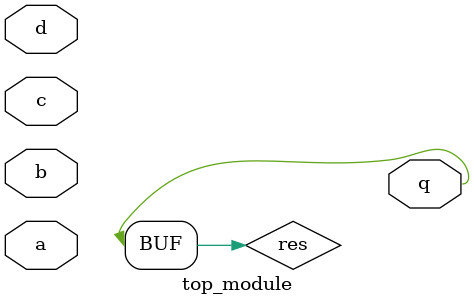
<source format=sv>
module top_module (
    input a,
    input b,
    input c,
    input d,
    output q
);
    
    wire w1, w2, w3, w4, res;
    
    xor gate1 (a, b, w1);
    xor gate2 (c, d, w2);
    xor gate3 (w1, w2, w3);
    not gate4 (w3, res);
    
    assign q = res;
    
endmodule

</source>
